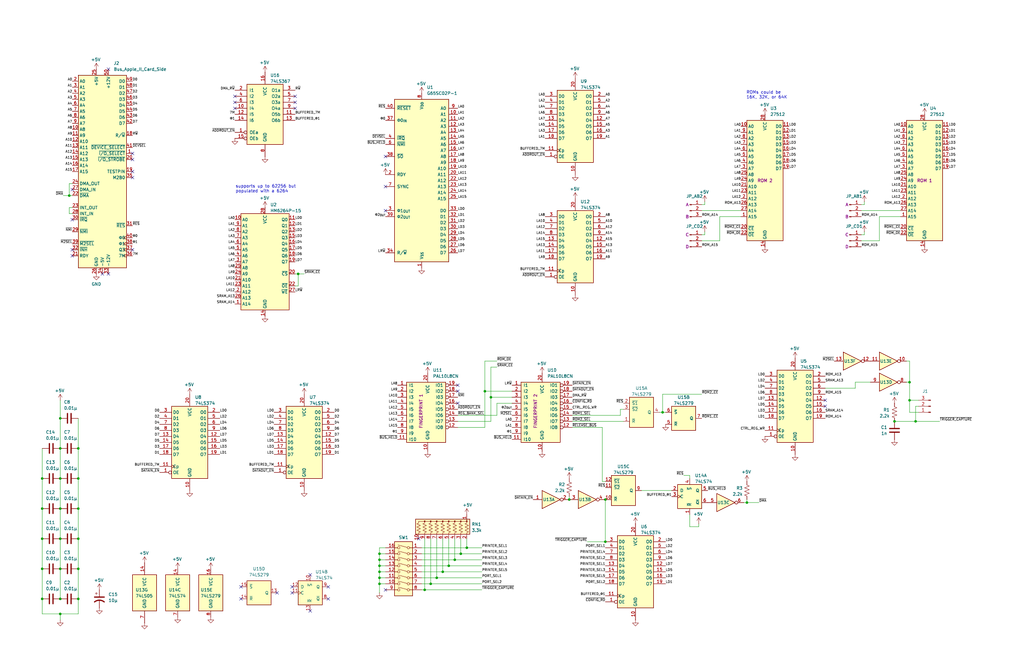
<source format=kicad_sch>
(kicad_sch (version 20231120) (generator "eeschema") (generator_version "8.0")
  (paper "USLedger")
  (title_block (title "Precision Software FingerPrint GSi Card") (date "2024-04-25") (rev "A.D.") (comment 2 "captured by Mark Aikens") (comment 3 "by Precision Software") (comment 4 "FingerPrint GSi Screen Capture Card"))
  (junction (at 25.4 227.33))
  (junction (at 25.4 240.03))
  (junction (at 25.4 201.93))
  (junction (at 33.02 214.63))
  (junction (at 160.02 238.76))
  (junction (at 240.03 210.82))
  (junction (at 17.78 214.63))
  (junction (at 383.54 161.29))
  (junction (at 33.02 201.93))
  (junction (at 125.73 115.57))
  (junction (at 314.96 212.09))
  (junction (at 255.27 210.82))
  (junction (at 160.02 236.22))
  (junction (at 25.4 259.08))
  (junction (at 386.08 177.8))
  (junction (at 17.78 227.33))
  (junction (at 160.02 233.68))
  (junction (at 184.15 243.84))
  (junction (at 383.54 168.91))
  (junction (at 33.02 227.33))
  (junction (at 160.02 246.38))
  (junction (at 179.07 248.92))
  (junction (at 255.27 228.6))
  (junction (at 25.4 214.63))
  (junction (at 33.02 189.23))
  (junction (at 186.69 241.3))
  (junction (at 196.85 231.14))
  (junction (at 160.02 243.84))
  (junction (at 194.31 233.68))
  (junction (at 33.02 240.03))
  (junction (at 181.61 246.38))
  (junction (at 189.23 238.76))
  (junction (at 33.02 252.73))
  (junction (at 17.78 252.73))
  (junction (at 207.01 167.64))
  (junction (at 279.4 173.99))
  (junction (at 25.4 176.53))
  (junction (at 191.77 236.22))
  (junction (at 377.19 177.8))
  (junction (at 17.78 201.93))
  (junction (at 29.21 82.55))
  (junction (at 25.4 252.73))
  (junction (at 25.4 189.23))
  (junction (at 17.78 240.03))
  (junction (at 160.02 241.3))
  (junction (at 204.47 165.1))
  (no_connect (at 99.06 40.64))
  (no_connect (at 55.88 67.31))
  (no_connect (at 347.98 168.91))
  (no_connect (at 101.6 247.65))
  (no_connect (at 162.56 248.92))
  (no_connect (at 99.06 43.18))
  (no_connect (at 162.56 78.74))
  (no_connect (at 30.48 92.71))
  (no_connect (at 130.81 257.81))
  (no_connect (at 124.46 45.72))
  (no_connect (at 30.48 107.95))
  (no_connect (at 55.88 74.93))
  (no_connect (at 138.43 252.73))
  (no_connect (at 45.72 115.57))
  (no_connect (at 101.6 252.73))
  (no_connect (at 123.19 247.65))
  (no_connect (at 162.56 66.04))
  (no_connect (at 162.56 88.9))
  (no_connect (at 193.04 170.18))
  (no_connect (at 55.88 105.41))
  (no_connect (at 193.04 165.1))
  (no_connect (at 99.06 45.72))
  (no_connect (at 43.18 115.57))
  (no_connect (at 347.98 171.45))
  (no_connect (at 124.46 43.18))
  (no_connect (at 55.88 64.77))
  (no_connect (at 176.53 227.33))
  (no_connect (at 55.88 72.39))
  (no_connect (at 124.46 40.64))
  (no_connect (at 30.48 80.01))
  (no_connect (at 138.43 247.65))
  (no_connect (at 123.19 250.19))
  (no_connect (at 45.72 29.21))
  (no_connect (at 30.48 105.41))
  (no_connect (at 130.81 242.57))
  (no_connect (at 193.04 162.56))
  (no_connect (at 116.84 250.19))
  (wire (pts (xy 184.15 227.33) (xy 184.15 243.84)))
  (wire (pts (xy 33.02 189.23) (xy 33.02 176.53)))
  (wire (pts (xy 17.78 189.23) (xy 17.78 201.93)))
  (wire (pts (xy 204.47 180.34) (xy 204.47 165.1)))
  (wire (pts (xy 29.21 90.17) (xy 30.48 90.17)))
  (wire (pts (xy 363.22 88.9) (xy 379.73 88.9)))
  (wire (pts (xy 295.91 86.36) (xy 297.18 86.36)))
  (wire (pts (xy 191.77 227.33) (xy 191.77 236.22)))
  (wire (pts (xy 25.4 168.91) (xy 25.4 176.53)))
  (wire (pts (xy 303.53 101.6) (xy 295.91 101.6)))
  (wire (pts (xy 386.08 171.45) (xy 387.35 171.45)))
  (wire (pts (xy 194.31 227.33) (xy 194.31 233.68)))
  (wire (pts (xy 254 203.2) (xy 255.27 203.2)))
  (wire (pts (xy 25.4 259.08) (xy 25.4 261.62)))
  (wire (pts (xy 29.21 82.55) (xy 30.48 82.55)))
  (wire (pts (xy 17.78 259.08) (xy 25.4 259.08)))
  (wire (pts (xy 314.96 210.82) (xy 314.96 212.09)))
  (wire (pts (xy 383.54 161.29) (xy 383.54 168.91)))
  (wire (pts (xy 386.08 177.8) (xy 396.24 177.8)))
  (wire (pts (xy 125.73 115.57) (xy 128.27 115.57)))
  (wire (pts (xy 184.15 243.84) (xy 177.8 243.84)))
  (wire (pts (xy 207.01 167.64) (xy 207.01 154.94)))
  (wire (pts (xy 241.3 177.8) (xy 262.89 177.8)))
  (wire (pts (xy 382.27 152.4) (xy 383.54 152.4)))
  (wire (pts (xy 29.21 77.47) (xy 30.48 77.47)))
  (wire (pts (xy 288.29 200.66) (xy 290.83 200.66)))
  (wire (pts (xy 370.84 91.44) (xy 370.84 101.6)))
  (wire (pts (xy 360.68 163.83) (xy 347.98 163.83)))
  (wire (pts (xy 203.2 243.84) (xy 184.15 243.84)))
  (wire (pts (xy 162.56 236.22) (xy 160.02 236.22)))
  (wire (pts (xy 125.73 115.57) (xy 125.73 120.65)))
  (wire (pts (xy 279.4 173.99) (xy 279.4 166.37)))
  (wire (pts (xy 279.4 166.37) (xy 295.91 166.37)))
  (wire (pts (xy 204.47 152.4) (xy 209.55 152.4)))
  (wire (pts (xy 290.83 200.66) (xy 290.83 201.93)))
  (wire (pts (xy 26.67 82.55) (xy 29.21 82.55)))
  (wire (pts (xy 383.54 168.91) (xy 387.35 168.91)))
  (wire (pts (xy 162.56 238.76) (xy 160.02 238.76)))
  (wire (pts (xy 290.83 217.17) (xy 290.83 222.25)))
  (wire (pts (xy 204.47 165.1) (xy 215.9 165.1)))
  (wire (pts (xy 25.4 189.23) (xy 25.4 201.93)))
  (wire (pts (xy 297.18 99.06) (xy 295.91 99.06)))
  (wire (pts (xy 303.53 91.44) (xy 303.53 101.6)))
  (wire (pts (xy 240.03 209.55) (xy 240.03 210.82)))
  (wire (pts (xy 29.21 82.55) (xy 29.21 77.47)))
  (wire (pts (xy 290.83 222.25) (xy 294.64 222.25)))
  (wire (pts (xy 194.31 233.68) (xy 177.8 233.68)))
  (wire (pts (xy 125.73 120.65) (xy 124.46 120.65)))
  (wire (pts (xy 386.08 171.45) (xy 386.08 177.8)))
  (wire (pts (xy 360.68 161.29) (xy 360.68 163.83)))
  (wire (pts (xy 207.01 177.8) (xy 207.01 167.64)))
  (wire (pts (xy 17.78 240.03) (xy 17.78 252.73)))
  (wire (pts (xy 17.78 227.33) (xy 17.78 240.03)))
  (wire (pts (xy 294.64 222.25) (xy 294.64 220.98)))
  (wire (pts (xy 377.19 177.8) (xy 386.08 177.8)))
  (wire (pts (xy 181.61 246.38) (xy 177.8 246.38)))
  (wire (pts (xy 193.04 177.8) (xy 207.01 177.8)))
  (wire (pts (xy 297.18 85.09) (xy 297.18 86.36)))
  (wire (pts (xy 189.23 227.33) (xy 189.23 238.76)))
  (wire (pts (xy 179.07 227.33) (xy 179.07 248.92)))
  (wire (pts (xy 160.02 243.84) (xy 160.02 246.38)))
  (wire (pts (xy 160.02 231.14) (xy 160.02 233.68)))
  (wire (pts (xy 295.91 88.9) (xy 312.42 88.9)))
  (wire (pts (xy 379.73 91.44) (xy 370.84 91.44)))
  (wire (pts (xy 25.4 201.93) (xy 25.4 214.63)))
  (wire (pts (xy 255.27 210.82) (xy 255.27 228.6)))
  (wire (pts (xy 370.84 101.6) (xy 363.22 101.6)))
  (wire (pts (xy 203.2 236.22) (xy 191.77 236.22)))
  (wire (pts (xy 241.3 180.34) (xy 254 180.34)))
  (wire (pts (xy 17.78 214.63) (xy 17.78 227.33)))
  (wire (pts (xy 196.85 231.14) (xy 177.8 231.14)))
  (wire (pts (xy 261.62 175.26) (xy 261.62 172.72)))
  (wire (pts (xy 193.04 175.26) (xy 209.55 175.26)))
  (wire (pts (xy 203.2 241.3) (xy 186.69 241.3)))
  (wire (pts (xy 160.02 236.22) (xy 160.02 238.76)))
  (wire (pts (xy 162.56 246.38) (xy 160.02 246.38)))
  (wire (pts (xy 33.02 240.03) (xy 33.02 252.73)))
  (wire (pts (xy 160.02 233.68) (xy 160.02 236.22)))
  (wire (pts (xy 320.04 212.09) (xy 314.96 212.09)))
  (wire (pts (xy 25.4 259.08) (xy 33.02 259.08)))
  (wire (pts (xy 279.4 173.99) (xy 280.67 173.99)))
  (wire (pts (xy 160.02 241.3) (xy 160.02 243.84)))
  (wire (pts (xy 33.02 227.33) (xy 33.02 240.03)))
  (wire (pts (xy 162.56 233.68) (xy 160.02 233.68)))
  (wire (pts (xy 207.01 167.64) (xy 215.9 167.64)))
  (wire (pts (xy 297.18 97.79) (xy 297.18 99.06)))
  (wire (pts (xy 203.2 246.38) (xy 181.61 246.38)))
  (wire (pts (xy 207.01 154.94) (xy 209.55 154.94)))
  (wire (pts (xy 17.78 201.93) (xy 17.78 214.63)))
  (wire (pts (xy 278.13 173.99) (xy 279.4 173.99)))
  (wire (pts (xy 204.47 165.1) (xy 204.47 152.4)))
  (wire (pts (xy 382.27 161.29) (xy 383.54 161.29)))
  (wire (pts (xy 312.42 91.44) (xy 303.53 91.44)))
  (wire (pts (xy 383.54 168.91) (xy 383.54 173.99)))
  (wire (pts (xy 186.69 241.3) (xy 177.8 241.3)))
  (wire (pts (xy 162.56 231.14) (xy 160.02 231.14)))
  (wire (pts (xy 203.2 233.68) (xy 194.31 233.68)))
  (wire (pts (xy 25.4 176.53) (xy 25.4 189.23)))
  (wire (pts (xy 29.21 87.63) (xy 29.21 90.17)))
  (wire (pts (xy 191.77 236.22) (xy 177.8 236.22)))
  (wire (pts (xy 33.02 189.23) (xy 33.02 201.93)))
  (wire (pts (xy 189.23 238.76) (xy 177.8 238.76)))
  (wire (pts (xy 186.69 227.33) (xy 186.69 241.3)))
  (wire (pts (xy 33.02 201.93) (xy 33.02 214.63)))
  (wire (pts (xy 360.68 161.29) (xy 367.03 161.29)))
  (wire (pts (xy 203.2 248.92) (xy 179.07 248.92)))
  (wire (pts (xy 160.02 246.38) (xy 160.02 250.19)))
  (wire (pts (xy 196.85 227.33) (xy 196.85 231.14)))
  (wire (pts (xy 162.56 243.84) (xy 160.02 243.84)))
  (wire (pts (xy 254 180.34) (xy 254 203.2)))
  (wire (pts (xy 383.54 152.4) (xy 383.54 161.29)))
  (wire (pts (xy 25.4 240.03) (xy 25.4 252.73)))
  (wire (pts (xy 25.4 214.63) (xy 25.4 227.33)))
  (wire (pts (xy 193.04 180.34) (xy 204.47 180.34)))
  (wire (pts (xy 241.3 175.26) (xy 261.62 175.26)))
  (wire (pts (xy 364.49 97.79) (xy 364.49 99.06)))
  (wire (pts (xy 30.48 87.63) (xy 29.21 87.63)))
  (wire (pts (xy 33.02 214.63) (xy 33.02 227.33)))
  (wire (pts (xy 364.49 99.06) (xy 363.22 99.06)))
  (wire (pts (xy 209.55 170.18) (xy 215.9 170.18)))
  (wire (pts (xy 247.65 228.6) (xy 255.27 228.6)))
  (wire (pts (xy 179.07 248.92) (xy 177.8 248.92)))
  (wire (pts (xy 270.51 207.01) (xy 283.21 207.01)))
  (wire (pts (xy 383.54 173.99) (xy 387.35 173.99)))
  (wire (pts (xy 209.55 175.26) (xy 209.55 170.18)))
  (wire (pts (xy 181.61 227.33) (xy 181.61 246.38)))
  (wire (pts (xy 203.2 231.14) (xy 196.85 231.14)))
  (wire (pts (xy 364.49 86.36) (xy 363.22 86.36)))
  (wire (pts (xy 203.2 238.76) (xy 189.23 238.76)))
  (wire (pts (xy 160.02 238.76) (xy 160.02 241.3)))
  (wire (pts (xy 261.62 172.72) (xy 262.89 172.72)))
  (wire (pts (xy 124.46 115.57) (xy 125.73 115.57)))
  (wire (pts (xy 364.49 85.09) (xy 364.49 86.36)))
  (wire (pts (xy 17.78 252.73) (xy 17.78 259.08)))
  (wire (pts (xy 33.02 252.73) (xy 33.02 259.08)))
  (wire (pts (xy 25.4 227.33) (xy 25.4 240.03)))
  (wire (pts (xy 162.56 241.3) (xy 160.02 241.3)))
  (wire (pts (xy 314.96 212.09) (xy 313.69 212.09)))
  (text "supports up to 62256 but\npopulated with a 6264" (at 99.314 79.756 0) (effects (font (size 1.27 1.27)) (justify left)))
  (text "ROMs could be\n16K, 32K, or 64K" (at 314.706 40.132 0) (effects (font (size 1.27 1.27)) (justify left)))
  (label "LD0" (at 193.04 88.9 0) (effects (font (size 1 1))))
  (label "A1" (at 255.27 58.42 0) (effects (font (size 1 1))))
  (label "LD1" (at 193.04 91.44 0) (effects (font (size 1 1))))
  (label "~{DATAOUT_EN}" (at 241.3 165.1 0) (effects (font (size 1 1))))
  (label "A12" (at 30.48 64.77 180) (effects (font (size 1 1))))
  (label "PRINTER_SEL3" (at 203.2 236.22 0) (effects (font (size 1 1))))
  (label "LA9" (at 312.42 76.2 180) (effects (font (size 1 1))))
  (label "LD6" (at 280.67 236.22 0) (effects (font (size 1 1))))
  (label "LD4" (at 92.71 179.07 0) (effects (font (size 1 1))))
  (label "D7" (at 55.88 52.07 0) (effects (font (size 1 1))))
  (label "LD4" (at 280.67 233.68 0) (effects (font (size 1 1))))
  (label "~{RELEASE_BUS}" (at 241.3 180.34 0) (effects (font (size 1 1))))
  (label "LA0" (at 193.04 45.72 0) (effects (font (size 1 1))))
  (label "BUFFERED_7M" (at 124.46 48.26 0) (effects (font (size 1 1))))
  (label "~{DATAIN_EN}" (at 224.79 210.82 180) (effects (font (size 1 1))))
  (label "~{ADDROUT_EN}" (at 229.87 66.04 180) (effects (font (size 1 1))))
  (label "A13" (at 255.27 104.14 0) (effects (font (size 1 1))))
  (label "~{M2SEL}" (at 215.9 175.26 180) (effects (font (size 1 1))))
  (label "LA11" (at 379.73 81.28 180) (effects (font (size 1 1))))
  (label "D5" (at 67.31 186.69 180) (effects (font (size 1 1))))
  (label "LA9" (at 229.87 109.22 180) (effects (font (size 1 1))))
  (label "~{DATAIN_EN}" (at 241.3 162.56 0) (effects (font (size 1 1))))
  (label "~{CONFIG_RD}" (at 255.27 254 180) (effects (font (size 1 1))))
  (label "LD7" (at 92.71 184.15 0) (effects (font (size 1 1))))
  (label "LA3" (at 193.04 53.34 0) (effects (font (size 1 1))))
  (label "PORT_SEL2" (at 255.27 246.38 180) (effects (font (size 1 1))))
  (label "LA9" (at 99.06 115.57 180) (effects (font (size 1 1))))
  (label "LD4" (at 124.46 102.87 0) (effects (font (size 1 1))))
  (label "~{ROM_OE}" (at 312.42 99.06 180) (effects (font (size 1 1))))
  (label "CTRL_REG_WR" (at 241.3 172.72 0) (effects (font (size 1 1))))
  (label "LA13" (at 229.87 104.14 180) (effects (font (size 1 1))))
  (label "~{BUS_HELD}" (at 162.56 60.96 180) (effects (font (size 1 1))))
  (label "A9" (at 30.48 57.15 180) (effects (font (size 1 1))))
  (label "D4" (at 140.97 179.07 0) (effects (font (size 1 1))))
  (label "LD1" (at 332.74 55.88 0) (effects (font (size 1 1))))
  (label "LD0" (at 124.46 92.71 0) (effects (font (size 1 1))))
  (label "LA5" (at 312.42 66.04 180) (effects (font (size 1 1))))
  (label "LA11" (at 229.87 106.68 180) (effects (font (size 1 1))))
  (label "LD2" (at 280.67 231.14 0) (effects (font (size 1 1))))
  (label "DMA_R~{W}" (at 241.3 167.64 0) (effects (font (size 1 1))))
  (label "BUFFERED_7M" (at 115.57 196.85 180) (effects (font (size 1 1))))
  (label "LA11" (at 312.42 81.28 180) (effects (font (size 1 1))))
  (label "LA6" (at 312.42 68.58 180) (effects (font (size 1 1))))
  (label "LA15" (at 167.64 180.34 180) (effects (font (size 1 1))))
  (label "~{M2SEL}" (at 30.48 102.87 180) (effects (font (size 1 1))))
  (label "LA12" (at 229.87 96.52 180) (effects (font (size 1 1))))
  (label "A5" (at 255.27 53.34 0) (effects (font (size 1 1))))
  (label "LA5" (at 379.73 66.04 180) (effects (font (size 1 1))))
  (label "~{RES}" (at 288.29 200.66 180) (effects (font (size 1 1))))
  (label "~{SRAM_CE}" (at 128.27 115.57 0) (effects (font (size 1 1))))
  (label "A11" (at 255.27 106.68 0) (effects (font (size 1 1))))
  (label "LD7" (at 115.57 184.15 180) (effects (font (size 1 1))))
  (label "LA10" (at 379.73 78.74 180) (effects (font (size 1 1))))
  (label "LA4" (at 99.06 102.87 180) (effects (font (size 1 1))))
  (label "A1" (at 30.48 36.83 180) (effects (font (size 1 1))))
  (label "BUFFERED_7M" (at 67.31 196.85 180) (effects (font (size 1 1))))
  (label "LD1" (at 115.57 191.77 180) (effects (font (size 1 1))))
  (label "~{DEVSEL}" (at 162.56 58.42 180) (effects (font (size 1 1))))
  (label "LD0" (at 280.67 228.6 0) (effects (font (size 1 1))))
  (label "LA9" (at 193.04 68.58 0) (effects (font (size 1 1))))
  (label "Φ2_{OUT}" (at 215.9 172.72 180) (effects (font (size 1 1))))
  (label "D1" (at 55.88 36.83 0) (effects (font (size 1 1))))
  (label "A10" (at 255.27 93.98 0) (effects (font (size 1 1))))
  (label "D3" (at 55.88 41.91 0) (effects (font (size 1 1))))
  (label "LA2" (at 379.73 58.42 180) (effects (font (size 1 1))))
  (label "LA8" (at 167.64 162.56 180) (effects (font (size 1 1))))
  (label "D7" (at 67.31 184.15 180) (effects (font (size 1 1))))
  (label "D0" (at 55.88 34.29 0) (effects (font (size 1 1))))
  (label "LA7" (at 312.42 71.12 180) (effects (font (size 1 1))))
  (label "ROM_A15" (at 347.98 166.37 0) (effects (font (size 1 1))))
  (label "~{TRIGGER_CAPTURE}" (at 203.2 248.92 0) (effects (font (size 1 1))))
  (label "~{TRIGGER_CAPTURE}" (at 247.65 228.6 180) (effects (font (size 1 1))))
  (label "LD4" (at 115.57 179.07 180) (effects (font (size 1 1))))
  (label "LA8" (at 99.06 113.03 180) (effects (font (size 1 1))))
  (label "D3" (at 140.97 189.23 0) (effects (font (size 1 1))))
  (label "~{ADDROUT_EN}" (at 229.87 116.84 180) (effects (font (size 1 1))))
  (label "LD7" (at 322.58 168.91 180) (effects (font (size 1 1))))
  (label "~{NMI}" (at 30.48 97.79 180) (effects (font (size 1 1))))
  (label "~{BUS_HELD}" (at 215.9 185.42 180) (effects (font (size 1 1))))
  (label "D5" (at 140.97 186.69 0) (effects (font (size 1 1))))
  (label "LA2" (at 99.06 97.79 180) (effects (font (size 1 1))))
  (label "A0" (at 30.48 34.29 180) (effects (font (size 1 1))))
  (label "LA12" (at 99.06 123.19 180) (effects (font (size 1 1))))
  (label "LD2" (at 92.71 176.53 0) (effects (font (size 1 1))))
  (label "LD3" (at 332.74 60.96 0) (effects (font (size 1 1))))
  (label "LD6" (at 193.04 104.14 0) (effects (font (size 1 1))))
  (label "A6" (at 255.27 48.26 0) (effects (font (size 1 1))))
  (label "A11" (at 30.48 62.23 180) (effects (font (size 1 1))))
  (label "LA11" (at 193.04 73.66 0) (effects (font (size 1 1))))
  (label "A4" (at 255.27 45.72 0) (effects (font (size 1 1))))
  (label "LD4" (at 332.74 63.5 0) (effects (font (size 1 1))))
  (label "LA7" (at 193.04 63.5 0) (effects (font (size 1 1))))
  (label "D4" (at 67.31 179.07 180) (effects (font (size 1 1))))
  (label "LA12" (at 167.64 172.72 180) (effects (font (size 1 1))))
  (label "A2" (at 255.27 43.18 0) (effects (font (size 1 1))))
  (label "LD3" (at 92.71 189.23 0) (effects (font (size 1 1))))
  (label "LD5" (at 92.71 186.69 0) (effects (font (size 1 1))))
  (label "D6" (at 67.31 181.61 180) (effects (font (size 1 1))))
  (label "LD5" (at 193.04 101.6 0) (effects (font (size 1 1))))
  (label "A3" (at 255.27 55.88 0) (effects (font (size 1 1))))
  (label "LA2" (at 193.04 50.8 0) (effects (font (size 1 1))))
  (label "~{DATAOUT_EN}" (at 115.57 199.39 180) (effects (font (size 1 1))))
  (label "LA0" (at 99.06 92.71 180) (effects (font (size 1 1))))
  (label "LD0" (at 92.71 173.99 0) (effects (font (size 1 1))))
  (label "LD2" (at 193.04 93.98 0) (effects (font (size 1 1))))
  (label "PRINTER_SEL5" (at 203.2 241.3 0) (effects (font (size 1 1))))
  (label "A6" (at 30.48 49.53 180) (effects (font (size 1 1))))
  (label "LD2" (at 115.57 176.53 180) (effects (font (size 1 1))))
  (label "~{ROM_OE}" (at 379.73 99.06 180) (effects (font (size 1 1))))
  (label "LD1" (at 124.46 95.25 0) (effects (font (size 1 1))))
  (label "~{ROM1_CE}" (at 379.73 96.52 180) (effects (font (size 1 1))))
  (label "LD2" (at 332.74 58.42 0) (effects (font (size 1 1))))
  (label "LA1" (at 379.73 55.88 180) (effects (font (size 1 1))))
  (label "D1" (at 140.97 191.77 0) (effects (font (size 1 1))))
  (label "LD1" (at 280.67 246.38 0) (effects (font (size 1 1))))
  (label "~{ADDROUT_EN}" (at 99.06 55.88 180) (effects (font (size 1 1))))
  (label "D6" (at 140.97 181.61 0) (effects (font (size 1 1))))
  (label "SRAM_A13" (at 99.06 125.73 180) (effects (font (size 1 1))))
  (label "LA10" (at 99.06 118.11 180) (effects (font (size 1 1))))
  (label "PORT_SEL1" (at 255.27 231.14 180) (effects (font (size 1 1))))
  (label "R~{W}" (at 124.46 38.1 0) (effects (font (size 1 1))))
  (label "~{ADDROUT_EN}" (at 193.04 172.72 0) (effects (font (size 1 1))))
  (label "~{ROM_OE}" (at 209.55 152.4 0) (effects (font (size 1 1))))
  (label "A9" (at 255.27 109.22 0) (effects (font (size 1 1))))
  (label "LA6" (at 229.87 48.26 180) (effects (font (size 1 1))))
  (label "LA1" (at 229.87 58.42 180) (effects (font (size 1 1))))
  (label "~{RES}" (at 262.89 170.18 180) (effects (font (size 1 1))))
  (label "LD4" (at 400.05 63.5 0) (effects (font (size 1 1))))
  (label "LA2" (at 312.42 58.42 180) (effects (font (size 1 1))))
  (label "LA1" (at 215.9 180.34 180) (effects (font (size 1 1))))
  (label "BUFFERED_7M" (at 229.87 63.5 180) (effects (font (size 1 1))))
  (label "LA9" (at 379.73 76.2 180) (effects (font (size 1 1))))
  (label "A15" (at 30.48 72.39 180) (effects (font (size 1 1))))
  (label "LD3" (at 115.57 189.23 180) (effects (font (size 1 1))))
  (label "Φ2_{OUT}" (at 162.56 91.44 180) (effects (font (size 1 1))))
  (label "LA4" (at 229.87 45.72 180) (effects (font (size 1 1))))
  (label "A7" (at 255.27 50.8 0) (effects (font (size 1 1))))
  (label "ROM_A13" (at 379.73 86.36 180) (effects (font (size 1 1))))
  (label "7M" (at 55.88 107.95 0) (effects (font (size 1 1))))
  (label "PRINTER_SEL5" (at 255.27 243.84 180) (effects (font (size 1 1))))
  (label "LD6" (at 124.46 107.95 0) (effects (font (size 1 1))))
  (label "LD0" (at 400.05 53.34 0) (effects (font (size 1 1))))
  (label "~{BUS_HELD}" (at 167.64 185.42 180) (effects (font (size 1 1))))
  (label "LA11" (at 167.64 170.18 180) (effects (font (size 1 1))))
  (label "~{RES}" (at 255.27 205.74 180) (effects (font (size 1 1))))
  (label "LA13" (at 193.04 78.74 0) (effects (font (size 1 1))))
  (label "ROM_A15" (at 295.91 104.14 0) (effects (font (size 1 1))))
  (label "DMA_R~{W}" (at 99.06 38.1 180) (effects (font (size 1 1))))
  (label "~{REG_BANK_SEL}" (at 193.04 175.26 0) (effects (font (size 1 1))))
  (label "LD3" (at 124.46 100.33 0) (effects (font (size 1 1))))
  (label "D3" (at 67.31 189.23 180) (effects (font (size 1 1))))
  (label "A8" (at 30.48 54.61 180) (effects (font (size 1 1))))
  (label "~{ROM1_CE}" (at 295.91 176.53 0) (effects (font (size 1 1))))
  (label "LD0" (at 332.74 53.34 0) (effects (font (size 1 1))))
  (label "LA6" (at 99.06 107.95 180) (effects (font (size 1 1))))
  (label "LD7" (at 124.46 110.49 0) (effects (font (size 1 1))))
  (label "PRINTER_SEL4" (at 203.2 238.76 0) (effects (font (size 1 1))))
  (label "LD6" (at 322.58 166.37 180) (effects (font (size 1 1))))
  (label "~{RES}" (at 55.88 95.25 0) (effects (font (size 1 1))))
  (label "LA8" (at 379.73 73.66 180) (effects (font (size 1 1))))
  (label "LA6" (at 379.73 68.58 180) (effects (font (size 1 1))))
  (label "D1" (at 67.31 191.77 180) (effects (font (size 1 1))))
  (label "BUFFERED_Φ1" (at 283.21 209.55 180) (effects (font (size 1 1))))
  (label "LD1" (at 92.71 191.77 0) (effects (font (size 1 1))))
  (label "PORT_SEL2" (at 203.2 246.38 0) (effects (font (size 1 1))))
  (label "LD7" (at 193.04 106.68 0) (effects (font (size 1 1))))
  (label "LA7" (at 379.73 71.12 180) (effects (font (size 1 1))))
  (label "LR~{W}" (at 124.46 123.19 0) (effects (font (size 1 1))))
  (label "LA4" (at 312.42 63.5 180) (effects (font (size 1 1))))
  (label "D0" (at 140.97 173.99 0) (effects (font (size 1 1))))
  (label "PRINTER_SEL4" (at 255.27 233.68 180) (effects (font (size 1 1))))
  (label "LD3" (at 280.67 243.84 0) (effects (font (size 1 1))))
  (label "BUFFERED_Φ1" (at 255.27 251.46 180) (effects (font (size 1 1))))
  (label "D6" (at 55.88 49.53 0) (effects (font (size 1 1))))
  (label "LA0" (at 215.9 177.8 180) (effects (font (size 1 1))))
  (label "Φ0" (at 55.88 100.33 0) (effects (font (size 1 1))))
  (label "LA14" (at 229.87 99.06 180) (effects (font (size 1 1))))
  (label "Φ1" (at 55.88 102.87 0) (effects (font (size 1 1))))
  (label "~{ROM2_SEL}" (at 241.3 177.8 0) (effects (font (size 1 1))))
  (label "LA7" (at 99.06 110.49 180) (effects (font (size 1 1))))
  (label "A13" (at 30.48 67.31 180) (effects (font (size 1 1))))
  (label "PRINTER_SEL1" (at 203.2 231.14 0) (effects (font (size 1 1))))
  (label "LD2" (at 400.05 58.42 0) (effects (font (size 1 1))))
  (label "LA0" (at 229.87 40.64 180) (effects (font (size 1 1))))
  (label "Φ1" (at 167.64 182.88 180) (effects (font (size 1 1))))
  (label "PORT_SEL1" (at 203.2 243.84 0) (effects (font (size 1 1))))
  (label "LA1" (at 99.06 95.25 180) (effects (font (size 1 1))))
  (label "LA0" (at 379.73 53.34 180) (effects (font (size 1 1))))
  (label "~{M2SEL}" (at 351.79 152.4 180) (effects (font (size 1 1))))
  (label "LD5" (at 280.67 241.3 0) (effects (font (size 1 1))))
  (label "LA15" (at 193.04 83.82 0) (effects (font (size 1 1))))
  (label "LA5" (at 229.87 53.34 180) (effects (font (size 1 1))))
  (label "LA11" (at 99.06 120.65 180) (effects (font (size 1 1))))
  (label "LA1" (at 193.04 48.26 0) (effects (font (size 1 1))))
  (label "LD1" (at 322.58 176.53 180) (effects (font (size 1 1))))
  (label "~{DMA}" (at 26.67 82.55 180) (effects (font (size 1 1))))
  (label "A14" (at 255.27 99.06 0) (effects (font (size 1 1))))
  (label "LA15" (at 229.87 101.6 180) (effects (font (size 1 1))))
  (label "LA10" (at 193.04 71.12 0) (effects (font (size 1 1))))
  (label "ROM_A14" (at 295.91 91.44 0) (effects (font (size 1 1))))
  (label "A7" (at 30.48 52.07 180) (effects (font (size 1 1))))
  (label "PRINTER_SEL1" (at 255.27 238.76 180) (effects (font (size 1 1))))
  (label "~{DEVSEL}" (at 55.88 62.23 0) (effects (font (size 1 1))))
  (label "A3" (at 30.48 41.91 180) (effects (font (size 1 1))))
  (label "A15" (at 255.27 101.6 0) (effects (font (size 1 1))))
  (label "LD3" (at 400.05 60.96 0) (effects (font (size 1 1))))
  (label "ROM_A14" (at 363.22 91.44 0) (effects (font (size 1 1))))
  (label "LD6" (at 332.74 68.58 0) (effects (font (size 1 1))))
  (label "D2" (at 140.97 176.53 0) (effects (font (size 1 1))))
  (label "D0" (at 67.31 173.99 180) (effects (font (size 1 1))))
  (label "PRINTER_SEL2" (at 203.2 233.68 0) (effects (font (size 1 1))))
  (label "LD5" (at 332.74 66.04 0) (effects (font (size 1 1))))
  (label "Φ0" (at 162.56 50.8 180) (effects (font (size 1 1))))
  (label "LA4" (at 379.73 63.5 180) (effects (font (size 1 1))))
  (label "~{NMI}" (at 193.04 167.64 0) (effects (font (size 1 1))))
  (label "Φ1" (at 215.9 182.88 180) (effects (font (size 1 1))))
  (label "LD3" (at 193.04 96.52 0) (effects (font (size 1 1))))
  (label "LA12" (at 193.04 76.2 0) (effects (font (size 1 1))))
  (label "~{BUS_HELD}" (at 298.45 207.01 0) (effects (font (size 1 1))))
  (label "LD1" (at 400.05 55.88 0) (effects (font (size 1 1))))
  (label "~{RES}" (at 162.56 45.72 180) (effects (font (size 1 1))))
  (label "Φ1" (at 99.06 50.8 180) (effects (font (size 1 1))))
  (label "D2" (at 55.88 39.37 0) (effects (font (size 1 1))))
  (label "LD2" (at 322.58 161.29 180) (effects (font (size 1 1))))
  (label "LD6" (at 115.57 181.61 180) (effects (font (size 1 1))))
  (label "LA13" (at 167.64 175.26 180) (effects (font (size 1 1))))
  (label "LA0" (at 312.42 53.34 180) (effects (font (size 1 1))))
  (label "PRINTER_SEL2" (at 255.27 236.22 180) (effects (font (size 1 1))))
  (label "LD3" (at 322.58 173.99 180) (effects (font (size 1 1))))
  (label "PRINTER_SEL3" (at 255.27 241.3 180) (effects (font (size 1 1))))
  (label "LA6" (at 193.04 60.96 0) (effects (font (size 1 1))))
  (label "ROM_A15" (at 363.22 104.14 0) (effects (font (size 1 1))))
  (label "D2" (at 67.31 176.53 180) (effects (font (size 1 1))))
  (label "LD4" (at 193.04 99.06 0) (effects (font (size 1 1))))
  (label "A2" (at 30.48 39.37 180) (effects (font (size 1 1))))
  (label "LA4" (at 193.04 55.88 0) (effects (font (size 1 1))))
  (label "LR~{W}" (at 162.56 106.68 180) (effects (font (size 1 1))))
  (label "LA10" (at 229.87 93.98 180) (effects (font (size 1 1))))
  (label "LA12" (at 312.42 83.82 180) (effects (font (size 1 1))))
  (label "~{ROM2_CE}" (at 312.42 96.52 180) (effects (font (size 1 1))))
  (label "LD2" (at 124.46 97.79 0) (effects (font (size 1 1))))
  (label "SRAM_A14" (at 99.06 128.27 180) (effects (font (size 1 1))))
  (label "LD0" (at 322.58 158.75 180) (effects (font (size 1 1))))
  (label "LA8" (at 229.87 91.44 180) (effects (font (size 1 1))))
  (label "LA8" (at 312.42 73.66 180) (effects (font (size 1 1))))
  (label "LD7" (at 280.67 238.76 0) (effects (font (size 1 1))))
  (label "LD0" (at 115.57 173.99 180) (effects (font (size 1 1))))
  (label "LD6" (at 400.05 68.58 0) (effects (font (size 1 1))))
  (label "LD5" (at 124.46 105.41 0) (effects (font (size 1 1))))
  (label "LD6" (at 92.71 181.61 0) (effects (font (size 1 1))))
  (label "LA9" (at 167.64 165.1 180) (effects (font (size 1 1))))
  (label "LA1" (at 312.42 55.88 180) (effects (font (size 1 1))))
  (label "LD4" (at 322.58 163.83 180) (effects (font (size 1 1))))
  (label "~{TRIGGER_CAPTURE}" (at 396.24 177.8 0) (effects (font (size 1 1))))
  (label "LA3" (at 229.87 55.88 180) (effects (font (size 1 1))))
  (label "LD5" (at 400.05 66.04 0) (effects (font (size 1 1))))
  (label "R~{W}" (at 55.88 57.15 0) (effects (font (size 1 1))))
  (label "LD7" (at 332.74 71.12 0) (effects (font (size 1 1))))
  (label "~{ROM1_SEL}" (at 241.3 175.26 0) (effects (font (size 1 1))))
  (label "LA8" (at 193.04 66.04 0) (effects (font (size 1 1))))
  (label "A4" (at 30.48 44.45 180) (effects (font (size 1 1))))
  (label "ROM_A13" (at 312.42 86.36 180) (effects (font (size 1 1))))
  (label "A10" (at 30.48 59.69 180) (effects (font (size 1 1))))
  (label "D7" (at 140.97 184.15 0) (effects (font (size 1 1))))
  (label "LD5" (at 322.58 171.45 180) (effects (font (size 1 1))))
  (label "LD5" (at 115.57 186.69 180) (effects (font (size 1 1))))
  (label "LA2" (at 229.87 43.18 180) (effects (font (size 1 1))))
  (label "~{CONFIG_RD}" (at 241.3 170.18 0) (effects (font (size 1 1))))
  (label "D4" (at 55.88 44.45 0) (effects (font (size 1 1))))
  (label "LR~{W}" (at 215.9 162.56 180) (effects (font (size 1 1))))
  (label "BUFFERED_7M" (at 229.87 114.3 180) (effects (font (size 1 1))))
  (label "LA10" (at 312.42 78.74 180) (effects (font (size 1 1))))
  (label "~{DMA}" (at 320.04 212.09 0) (effects (font (size 1 1))))
  (label "LA5" (at 193.04 58.42 0) (effects (font (size 1 1))))
  (label "ROM_A13" (at 347.98 158.75 0) (effects (font (size 1 1))))
  (label "LA12" (at 379.73 83.82 180) (effects (font (size 1 1))))
  (label "7M" (at 99.06 48.26 180) (effects (font (size 1 1))))
  (label "A12" (at 255.27 96.52 0) (effects (font (size 1 1))))
  (label "D5" (at 55.88 46.99 0) (effects (font (size 1 1))))
  (label "LA14" (at 167.64 177.8 180) (effects (font (size 1 1))))
  (label "A5" (at 30.48 46.99 180) (effects (font (size 1 1))))
  (label "~{SRAM_CE}" (at 209.55 154.94 0) (effects (font (size 1 1))))
  (label "LA5" (at 99.06 105.41 180) (effects (font (size 1 1))))
  (label "LD7" (at 400.05 71.12 0) (effects (font (size 1 1))))
  (label "LA3" (at 379.73 60.96 180) (effects (font (size 1 1))))
  (label "LA14" (at 193.04 81.28 0) (effects (font (size 1 1))))
  (label "LA7" (at 229.87 50.8 180) (effects (font (size 1 1))))
  (label "LA10" (at 167.64 167.64 180) (effects (font (size 1 1))))
  (label "SRAM_A13" (at 347.98 161.29 0) (effects (font (size 1 1))))
  (label "~{DATAIN_EN}" (at 67.31 199.39 180) (effects (font (size 1 1))))
  (label "~{ROM2_CE}" (at 295.91 166.37 0) (effects (font (size 1 1))))
  (label "LA3" (at 312.42 60.96 180) (effects (font (size 1 1))))
  (label "SRAM_A14" (at 347.98 173.99 0) (effects (font (size 1 1))))
  (label "A14" (at 30.48 69.85 180) (effects (font (size 1 1))))
  (label "CTRL_REG_WR" (at 322.58 181.61 180) (effects (font (size 1 1))))
  (label "LA3" (at 99.06 100.33 180) (effects (font (size 1 1))))
  (label "BUFFERED_Φ1" (at 124.46 50.8 0) (effects (font (size 1 1))))
  (label "ROM_A14" (at 347.98 176.53 0) (effects (font (size 1 1))))
  (label "A0" (at 255.27 40.64 0) (effects (font (size 1 1))))
  (label "A8" (at 255.27 91.44 0) (effects (font (size 1 1))))
  (symbol (lib_id "power:GND") (at 88.9 260.35 0) (unit 1)
    (property "Reference" "#PWR036" (effects (hide yes)))
    (property "Value" "GND" (effects (hide yes)))
    (property "Description" "Power symbol creates a global label with name \"GND\" , ground" (effects (hide yes)))
  )
  (symbol (lib_id "74xx:74LS05") (at 374.65 152.4 0) (unit 5)
    (property "Reference" "U13" (at 373.634 152.4 0))
    (property "Value" "74LS05" (effects (hide yes)))
    (property "Datasheet" "http://www.ti.com/lit/gpn/sn74LS05" (effects (hide yes)))
    (property "Description" "Inverter Open Collect" (effects (hide yes)))
  )
  (symbol (lib_id "Logic_Programmable:PAL16L8") (at 180.34 175.26 0) (unit 1)
    (property "Reference" "U11" (at 182.5341 156.21 0) (effects (justify left)))
    (property "Value" "PAL10L8CN" (at 182.5341 158.75 0) (effects (justify left)))
    (property "Description" "Programmable Logic Array, DIP-20" (effects (hide yes)))
    (property "Label" "FINGERPRINT 1" (at 177.546 173.482 90))
  )
  (symbol (lib_id "Logic_Legacy:74LS279") (at 288.29 176.53 0) (unit 2)
    (property "Reference" "U15" (at 288.29 167.64 0))
    (property "Value" "74LS279" (at 288.29 170.18 0))
    (property "Description" "Quad S-R Flip Flop Latch" (effects (hide yes)))
  )
  (symbol (lib_id "power:+5V") (at 162.56 73.66 0) (unit 1)
    (property "Reference" "#PWR04" (effects (hide yes)))
    (property "Value" "+5V" (at 162.306 69.596 0))
    (property "Description" "Power symbol creates a global label with name \"+5V\"" (effects (hide yes)))
  )
  (symbol (lib_id "Device:C") (at 21.59 214.63 90) (unit 1)
    (property "Reference" "C12" (at 19.304 207.772 90) (effects (justify right)))
    (property "Value" "0.01µ" (at 19.304 210.312 90) (effects (justify right)))
    (property "Description" "Unpolarized capacitor" (effects (hide yes)))
  )
  (symbol (lib_id "Device:R_US") (at 240.03 205.74 0) (unit 1)
    (property "Reference" "R2" (at 238.252 204.47 0) (effects (justify right)))
    (property "Value" "2.2k" (at 238.252 207.01 0) (effects (justify right)))
    (property "Description" "Resistor, US symbol" (effects (hide yes)))
  )
  (symbol (lib_id "power:GND") (at 111.76 66.04 0) (unit 1)
    (property "Reference" "#PWR032" (effects (hide yes)))
    (property "Value" "GND" (effects (hide yes)))
    (property "Description" "Power symbol creates a global label with name \"GND\" , ground" (effects (hide yes)))
  )
  (symbol (lib_id "power:GND") (at 377.19 185.42 0) (unit 1)
    (property "Reference" "#PWR042" (effects (hide yes)))
    (property "Value" "GND" (effects (hide yes)))
    (property "Description" "Power symbol creates a global label with name \"GND\" , ground" (effects (hide yes)))
  )
  (symbol (lib_id "Device:C") (at 21.59 252.73 90) (unit 1)
    (property "Reference" "C9" (at 19.304 245.872 90) (effects (justify right)))
    (property "Value" "0.01µ" (at 19.304 248.412 90) (effects (justify right)))
    (property "Description" "Unpolarized capacitor" (effects (hide yes)))
  )
  (symbol (lib_id "Connector:Conn_01x03_Pin") (at 392.43 171.45 180) (unit 1)
    (property "Reference" "J1" (at 390.144 165.1 0))
    (property "Value" "Conn_01x03_Pin" (effects (hide yes)))
    (property "Description" "Generic connector, single row, 01x03, script generated" (effects (hide yes)))
  )
  (symbol (lib_id "Connector:Conn_01x03_Pin") (at 290.83 88.9 0) (unit 1)
    (property "Reference" "JP_AB2" (at 292.862 82.804 0))
    (property "Value" "Conn_01x03_Pin" (effects (hide yes)))
    (property "Description" "Generic connector, single row, 01x03, script generated" (effects (hide yes)))
    (property "Label1" "A" (at 289.814 86.36 0))
    (property "Label#" "B" (at 289.814 91.44 0))
  )
  (symbol (lib_id "power:+5V") (at 88.9 240.03 0) (unit 1)
    (property "Reference" "#PWR016" (effects (hide yes)))
    (property "Value" "+5V" (at 88.646 235.966 0))
    (property "Description" "Power symbol creates a global label with name \"+5V\"" (effects (hide yes)))
  )
  (symbol (lib_id "74xx:74LS367") (at 111.76 48.26 0) (unit 1)
    (property "Reference" "U16" (at 113.9541 31.75 0) (effects (justify left)))
    (property "Value" "74LS367" (at 113.9541 34.29 0) (effects (justify left)))
    (property "Datasheet" "http://www.ti.com/lit/gpn/sn74LS367" (effects (hide yes)))
    (property "Description" "Hex Bus Driver 3-state outputs" (effects (hide yes)))
  )
  (symbol (lib_id "Connector:Conn_01x03_Pin") (at 290.83 101.6 0) (unit 1)
    (property "Reference" "JP_CD2" (at 292.862 95.504 0))
    (property "Value" "Conn_01x03_Pin" (effects (hide yes)))
    (property "Description" "Generic connector, single row, 01x03, script generated" (effects (hide yes)))
    (property "Label1" "C" (at 289.814 99.06 0))
    (property "Label#" "D" (at 289.814 104.14 0))
  )
  (symbol (lib_id "74xx:74LS05") (at 359.41 152.4 0) (unit 6)
    (property "Reference" "U13" (at 358.394 152.4 0))
    (property "Value" "74LS05" (effects (hide yes)))
    (property "Datasheet" "http://www.ti.com/lit/gpn/sn74LS05" (effects (hide yes)))
    (property "Description" "Inverter Open Collect" (effects (hide yes)))
  )
  (symbol (lib_id "Device:C") (at 29.21 189.23 90) (unit 1)
    (property "Reference" "C7" (at 26.924 182.372 90) (effects (justify right)))
    (property "Value" "0.01µ" (at 26.924 184.912 90) (effects (justify right)))
    (property "Description" "Unpolarized capacitor" (effects (hide yes)))
  )
  (symbol (lib_id "CPU_MCU_Legacy:6502") (at 177.8 76.2 0) (unit 1)
    (property "Reference" "U1" (at 179.9941 36.83 0) (effects (justify left)))
    (property "Value" "G65SC02P-1" (at 179.9941 39.37 0) (effects (justify left)))
    (property "Footprint" "Package_DIP:DIP-40_W15.24mm" (effects (hide yes)))
    (property "Description" "8-bit General Purpose Microprocessor, DIP-40" (effects (hide yes)))
  )
  (symbol (lib_id "Device:R_Network09_US") (at 186.69 222.25 0) (mirror y) (unit 1)
    (property "Reference" "RN1" (at 198.882 221.234 0) (effects (justify right)))
    (property "Value" "3.3k" (at 198.882 223.774 0) (effects (justify right)))
    (property "Footprint" "Resistor_THT:R_Array_SIP10" (effects (hide yes)))
    (property "Datasheet" "http://www.vishay.com/docs/31509/csc.pdf" (effects (hide yes)))
    (property "Description" "9 resistor network, star topology, bussed resistors, small US symbol" (effects (hide yes)))
  )
  (symbol (lib_id "PCM_MA_Connector_AppleII:Bus_Apple_II_Card_Side") (at 43.18 72.39 0) (unit 1) (in_bom no)
    (property "Reference" "J2" (at 47.9141 26.67 0) (effects (justify left)))
    (property "Value" "Bus_Apple_II_Card_Side" (at 47.9141 29.21 0) (effects (justify left)))
    (property "Footprint" "PCM_MA_Connector_AppleII:Peripheral_Bus_Edge" (effects (hide yes)))
    (property "Datasheet" "https://archive.org/details/Apple_II_Mini_Manual/page/n37/mode/2up" (effects (hide yes)))
    (property "Description" "Apple II bus connector. Use this symbol on the card side, i.e. for making Apple II-compatible peripheral cards." (effects (hide yes)))
    (pin "39" (alternate "~{M2SEL}"))
    (pin "35" (alternate "M2B0"))
  )
  (symbol (lib_id "power:GND") (at 41.91 256.54 0) (unit 1)
    (property "Reference" "#PWR037" (effects (hide yes)))
    (property "Value" "GND" (effects (hide yes)))
    (property "Description" "Power symbol creates a global label with name \"GND\" , ground" (effects (hide yes)))
  )
  (symbol (lib_id "power:+5V") (at 25.4 168.91 0) (unit 1)
    (property "Reference" "#PWR044" (effects (hide yes)))
    (property "Value" "+5V" (at 25.146 164.846 0))
    (property "Description" "Power symbol creates a global label with name \"+5V\"" (effects (hide yes)))
  )
  (symbol (lib_id "Switch:SW_DIP_x08") (at 170.18 241.3 0) (mirror y) (unit 1)
    (property "Reference" "SW1" (at 170.18 226.822 0))
    (property "Value" "SW_DIP_x08" (effects (hide yes)))
    (property "Description" "8x DIP Switch, Single Pole Single Throw (SPST) switch, small symbol" (effects (hide yes)))
  )
  (symbol (lib_id "74xx:74LS74") (at 130.81 250.19 0) (unit 2)
    (property "Reference" "U14" (at 133.0041 241.3 0) (effects (justify left)))
    (property "Value" "74LS74" (at 133.0041 243.84 0) (effects (justify left)))
    (property "Datasheet" "74xx/74hc_hct74.pdf" (effects (hide yes)))
    (property "Description" "Dual D Flip-flop, Set & Reset" (effects (hide yes)))
  )
  (symbol (lib_id "74xx:74LS74") (at 290.83 209.55 0) (unit 1)
    (property "Reference" "U14" (at 293.0241 200.66 0) (effects (justify left)))
    (property "Value" "74LS74" (at 293.0241 203.2 0) (effects (justify left)))
    (property "Datasheet" "74xx/74hc_hct74.pdf" (effects (hide yes)))
    (property "Description" "Dual D Flip-flop, Set & Reset" (effects (hide yes)))
  )
  (symbol (lib_id "74xx:74LS05") (at 232.41 210.82 0) (unit 1)
    (property "Reference" "U13" (at 231.394 210.82 0))
    (property "Value" "74LS05" (effects (hide yes)))
    (property "Datasheet" "http://www.ti.com/lit/gpn/sn74LS05" (effects (hide yes)))
    (property "Description" "Inverter Open Collect" (effects (hide yes)))
  )
  (symbol (lib_id "power:+5V") (at 228.6 157.48 0) (unit 1)
    (property "Reference" "#PWR018" (effects (hide yes)))
    (property "Value" "+5V" (at 228.346 153.416 0))
    (property "Description" "Power symbol creates a global label with name \"+5V\"" (effects (hide yes)))
  )
  (symbol (lib_id "power:+5V") (at 297.18 97.79 0) (unit 1)
    (property "Reference" "#PWR051" (effects (hide yes)))
    (property "Value" "+5V" (at 296.926 93.726 0))
    (property "Description" "Power symbol creates a global label with name \"+5V\"" (effects (hide yes)))
  )
  (symbol (lib_id "Logic_Legacy:74LS279") (at 262.89 207.01 0) (unit 3)
    (property "Reference" "U15" (at 262.89 196.85 0))
    (property "Value" "74LS279" (at 262.89 199.39 0))
    (property "Description" "Quad S-R Flip Flop Latch" (effects (hide yes)))
  )
  (symbol (lib_id "Logic_Programmable:PAL16L8") (at 228.6 175.26 0) (unit 1)
    (property "Reference" "U10" (at 230.7941 156.21 0) (effects (justify left)))
    (property "Value" "PAL10L8CN" (at 230.7941 158.75 0) (effects (justify left)))
    (property "Description" "Programmable Logic Array, DIP-20" (effects (hide yes)))
    (property "Label" "FINGERPRINT 2" (at 225.806 173.482 90))
  )
  (symbol (lib_id "power:+5V") (at 314.96 203.2 0) (unit 1)
    (property "Reference" "#PWR040" (effects (hide yes)))
    (property "Value" "+5V" (at 314.706 199.136 0))
    (property "Description" "Power symbol creates a global label with name \"+5V\"" (effects (hide yes)))
  )
  (symbol (lib_id "power:GND") (at 60.96 262.89 0) (unit 1)
    (property "Reference" "#PWR034" (effects (hide yes)))
    (property "Value" "GND" (effects (hide yes)))
    (property "Description" "Power symbol creates a global label with name \"GND\" , ground" (effects (hide yes)))
  )
  (symbol (lib_id "74xx:74LS374") (at 267.97 241.3 0) (unit 1)
    (property "Reference" "U6" (at 270.1641 222.25 0) (effects (justify left)))
    (property "Value" "74LS374" (at 270.1641 224.79 0) (effects (justify left)))
    (property "Datasheet" "http://www.ti.com/lit/gpn/sn74LS374" (effects (hide yes)))
    (property "Description" "8-bit Register, 3-state outputs" (effects (hide yes)))
  )
  (symbol (lib_id "Device:R_US") (at 377.19 173.99 0) (unit 1)
    (property "Reference" "R1" (at 375.158 172.974 0) (effects (justify right)))
    (property "Value" "2.2k" (at 375.158 175.514 0) (effects (justify right)))
    (property "Description" "Resistor, US symbol" (effects (hide yes)))
  )
  (symbol (lib_id "Device:C") (at 29.21 201.93 90) (unit 1)
    (property "Reference" "C6" (at 26.924 195.072 90) (effects (justify right)))
    (property "Value" "0.01µ" (at 26.924 197.612 90) (effects (justify right)))
    (property "Description" "Unpolarized capacitor" (effects (hide yes)))
  )
  (symbol (lib_id "Logic_Legacy:74LS279") (at 270.51 173.99 0) (unit 1)
    (property "Reference" "U15" (at 270.51 163.83 0))
    (property "Value" "74LS279" (at 270.51 166.37 0))
    (property "Description" "Quad S-R Flip Flop Latch" (effects (hide yes)))
  )
  (symbol (lib_id "power:GND") (at 99.06 58.42 0) (unit 1)
    (property "Reference" "#PWR047" (effects (hide yes)))
    (property "Value" "GND" (effects (hide yes)))
    (property "Description" "Power symbol creates a global label with name \"GND\" , ground" (effects (hide yes)))
  )
  (symbol (lib_id "power:+5V") (at 242.57 33.02 0) (unit 1)
    (property "Reference" "#PWR012" (effects (hide yes)))
    (property "Value" "+5V" (at 242.316 28.956 0))
    (property "Description" "Power symbol creates a global label with name \"+5V\"" (effects (hide yes)))
  )
  (symbol (lib_id "power:GND") (at 74.93 260.35 0) (unit 1)
    (property "Reference" "#PWR035" (effects (hide yes)))
    (property "Value" "GND" (effects (hide yes)))
    (property "Description" "Power symbol creates a global label with name \"GND\" , ground" (effects (hide yes)))
  )
  (symbol (lib_id "74xx:74LS05") (at 306.07 212.09 0) (unit 3)
    (property "Reference" "U13" (at 305.054 212.09 0))
    (property "Value" "74LS05" (effects (hide yes)))
    (property "Datasheet" "http://www.ti.com/lit/gpn/sn74LS05" (effects (hide yes)))
    (property "Description" "Inverter Open Collect" (effects (hide yes)))
  )
  (symbol (lib_id "power:GND") (at 267.97 261.62 0) (unit 1)
    (property "Reference" "#PWR025" (effects (hide yes)))
    (property "Value" "GND" (effects (hide yes)))
    (property "Description" "Power symbol creates a global label with name \"GND\" , ground" (effects (hide yes)))
  )
  (symbol (lib_id "power:+5V") (at 294.64 220.98 0) (unit 1)
    (property "Reference" "#PWR053" (effects (hide yes)))
    (property "Value" "+5V" (at 294.386 216.916 0))
    (property "Description" "Power symbol creates a global label with name \"+5V\"" (effects (hide yes)))
  )
  (symbol (lib_id "power:+5V") (at 242.57 83.82 0) (unit 1)
    (property "Reference" "#PWR013" (effects (hide yes)))
    (property "Value" "+5V" (at 242.316 79.756 0))
    (property "Description" "Power symbol creates a global label with name \"+5V\"" (effects (hide yes)))
  )
  (symbol (lib_id "power:+5V") (at 41.91 248.92 0) (unit 1)
    (property "Reference" "#PWR017" (effects (hide yes)))
    (property "Value" "+5V" (at 41.656 244.856 0))
    (property "Description" "Power symbol creates a global label with name \"+5V\"" (effects (hide yes)))
  )
  (symbol (lib_id "power:+5V") (at 60.96 237.49 0) (unit 1)
    (property "Reference" "#PWR014" (effects (hide yes)))
    (property "Value" "+5V" (at 60.706 233.426 0))
    (property "Description" "Power symbol creates a global label with name \"+5V\"" (effects (hide yes)))
  )
  (symbol (lib_id "74xx:74LS05") (at 374.65 161.29 0) (unit 4)
    (property "Reference" "U13" (at 373.634 161.29 0))
    (property "Value" "74LS05" (effects (hide yes)))
    (property "Datasheet" "http://www.ti.com/lit/gpn/sn74LS05" (effects (hide yes)))
    (property "Description" "Inverter Open Collect" (effects (hide yes)))
  )
  (symbol (lib_id "power:+5V") (at 389.89 48.26 0) (unit 1)
    (property "Reference" "#PWR07" (effects (hide yes)))
    (property "Value" "+5V" (at 389.636 44.196 0))
    (property "Description" "Power symbol creates a global label with name \"+5V\"" (effects (hide yes)))
  )
  (symbol (lib_id "power:GND") (at 111.76 133.35 0) (unit 1)
    (property "Reference" "#PWR021" (effects (hide yes)))
    (property "Value" "GND" (effects (hide yes)))
    (property "Description" "Power symbol creates a global label with name \"GND\" , ground" (effects (hide yes)))
  )
  (symbol (lib_id "Logic_Legacy:74LS279") (at 88.9 250.19 0) (unit 5)
    (property "Reference" "U15" (at 84.582 248.92 0) (effects (justify left)))
    (property "Value" "74LS279" (at 84.582 251.46 0) (effects (justify left)))
    (property "Description" "Quad S-R Flip Flop Latch" (effects (hide yes)))
  )
  (symbol (lib_id "Logic_Legacy:74LS279") (at 109.22 250.19 0) (unit 4)
    (property "Reference" "U15" (at 109.22 240.03 0))
    (property "Value" "74LS279" (at 109.22 242.57 0))
    (property "Description" "Quad S-R Flip Flop Latch" (effects (hide yes)))
  )
  (symbol (lib_id "power:GND") (at 160.02 250.19 0) (mirror y) (unit 1)
    (property "Reference" "#PWR045" (effects (hide yes)))
    (property "Value" "GND" (effects (hide yes)))
    (property "Description" "Power symbol creates a global label with name \"GND\" , ground" (effects (hide yes)))
  )
  (symbol (lib_id "power:GND") (at 242.57 73.66 0) (unit 1)
    (property "Reference" "#PWR028" (effects (hide yes)))
    (property "Value" "GND" (effects (hide yes)))
    (property "Description" "Power symbol creates a global label with name \"GND\" , ground" (effects (hide yes)))
  )
  (symbol (lib_id "74xx:74LS374") (at 80.01 186.69 0) (unit 1)
    (property "Reference" "U8" (at 82.2041 167.64 0) (effects (justify left)))
    (property "Value" "74LS374" (at 82.2041 170.18 0) (effects (justify left)))
    (property "Datasheet" "http://www.ti.com/lit/gpn/sn74LS374" (effects (hide yes)))
    (property "Description" "8-bit Register, 3-state outputs" (effects (hide yes)))
  )
  (symbol (lib_id "Device:C") (at 21.59 227.33 90) (unit 1)
    (property "Reference" "C11" (at 19.304 220.472 90) (effects (justify right)))
    (property "Value" "0.01µ" (at 19.304 223.012 90) (effects (justify right)))
    (property "Description" "Unpolarized capacitor" (effects (hide yes)))
  )
  (symbol (lib_id "Device:R_US") (at 314.96 207.01 0) (unit 1)
    (property "Reference" "R3" (at 313.182 205.994 0) (effects (justify right)))
    (property "Value" "2.2k" (at 313.182 208.534 0) (effects (justify right)))
    (property "Description" "Resistor, US symbol" (effects (hide yes)))
  )
  (symbol (lib_id "Device:C_Polarized_US") (at 41.91 252.73 0) (unit 1)
    (property "Reference" "C15" (at 45.72 250.8249 0) (effects (justify left)))
    (property "Value" "10µ" (at 45.72 253.3649 0) (effects (justify left)))
    (property "Description" "Polarized capacitor, US symbol" (effects (hide yes)))
  )
  (symbol (lib_id "power:GND") (at 389.89 104.14 0) (unit 1)
    (property "Reference" "#PWR023" (effects (hide yes)))
    (property "Value" "GND" (effects (hide yes)))
    (property "Description" "Power symbol creates a global label with name \"GND\" , ground" (effects (hide yes)))
  )
  (symbol (lib_id "Device:C") (at 29.21 240.03 90) (unit 1)
    (property "Reference" "C3" (at 26.924 233.172 90) (effects (justify right)))
    (property "Value" "0.01µ" (at 26.924 235.712 90) (effects (justify right)))
    (property "Description" "Unpolarized capacitor" (effects (hide yes)))
  )
  (symbol (lib_id "Connector:Conn_01x03_Pin") (at 358.14 101.6 0) (unit 1)
    (property "Reference" "JP_CD1" (at 360.172 95.504 0))
    (property "Value" "Conn_01x03_Pin" (effects (hide yes)))
    (property "Description" "Generic connector, single row, 01x03, script generated" (effects (hide yes)))
    (property "Label1" "C" (at 357.124 99.06 0))
    (property "Label#" "D" (at 357.124 104.14 0))
  )
  (symbol (lib_id "Connector:Conn_01x03_Pin") (at 358.14 88.9 0) (unit 1)
    (property "Reference" "JP_AB1" (at 360.172 82.804 0))
    (property "Value" "Conn_01x03_Pin" (effects (hide yes)))
    (property "Description" "Generic connector, single row, 01x03, script generated" (effects (hide yes)))
    (property "Label1" "A" (at 357.124 86.36 0))
    (property "Label#" "B" (at 357.124 91.44 0))
  )
  (symbol (lib_id "power:GND") (at 322.58 104.14 0) (unit 1)
    (property "Reference" "#PWR022" (effects (hide yes)))
    (property "Value" "GND" (effects (hide yes)))
    (property "Description" "Power symbol creates a global label with name \"GND\" , ground" (effects (hide yes)))
  )
  (symbol (lib_id "power:+5V") (at 267.97 220.98 0) (unit 1)
    (property "Reference" "#PWR09" (effects (hide yes)))
    (property "Value" "+5V" (at 267.716 216.916 0))
    (property "Description" "Power symbol creates a global label with name \"+5V\"" (effects (hide yes)))
  )
  (symbol (lib_id "power:+5V") (at 297.18 85.09 0) (unit 1)
    (property "Reference" "#PWR049" (effects (hide yes)))
    (property "Value" "+5V" (at 296.926 81.026 0))
    (property "Description" "Power symbol creates a global label with name \"+5V\"" (effects (hide yes)))
  )
  (symbol (lib_id "power:GND") (at 128.27 207.01 0) (unit 1)
    (property "Reference" "#PWR026" (effects (hide yes)))
    (property "Value" "GND" (effects (hide yes)))
    (property "Description" "Power symbol creates a global label with name \"GND\" , ground" (effects (hide yes)))
  )
  (symbol (lib_id "power:GND") (at 335.28 191.77 0) (unit 1)
    (property "Reference" "#PWR024" (effects (hide yes)))
    (property "Value" "GND" (effects (hide yes)))
    (property "Description" "Power symbol creates a global label with name \"GND\" , ground" (effects (hide yes)))
  )
  (symbol (lib_id "power:+5V") (at 335.28 151.13 0) (unit 1)
    (property "Reference" "#PWR08" (effects (hide yes)))
    (property "Value" "+5V" (at 335.026 147.066 0))
    (property "Description" "Power symbol creates a global label with name \"+5V\"" (effects (hide yes)))
  )
  (symbol (lib_id "power:+5V") (at 111.76 30.48 0) (unit 1)
    (property "Reference" "#PWR033" (effects (hide yes)))
    (property "Value" "+5V" (at 111.506 26.416 0))
    (property "Description" "Power symbol creates a global label with name \"+5V\"" (effects (hide yes)))
  )
  (symbol (lib_id "power:+5V") (at 364.49 85.09 0) (unit 1)
    (property "Reference" "#PWR048" (effects (hide yes)))
    (property "Value" "+5V" (at 364.236 81.026 0))
    (property "Description" "Power symbol creates a global label with name \"+5V\"" (effects (hide yes)))
  )
  (symbol (lib_id "Device:C") (at 29.21 176.53 90) (unit 1)
    (property "Reference" "C8" (at 26.924 169.672 90) (effects (justify right)))
    (property "Value" "0.01µ" (at 26.924 172.212 90) (effects (justify right)))
    (property "Description" "Unpolarized capacitor" (effects (hide yes)))
  )
  (symbol (lib_id "power:GND") (at 322.58 184.15 0) (unit 1)
    (property "Reference" "#PWR052" (effects (hide yes)))
    (property "Value" "GND" (effects (hide yes)))
    (property "Description" "Power symbol creates a global label with name \"GND\" , ground" (effects (hide yes)))
  )
  (symbol (lib_id "Device:C") (at 377.19 181.61 0) (unit 1)
    (property "Reference" "C1" (at 374.142 180.34 0) (effects (justify right)))
    (property "Value" "1n" (at 374.142 182.88 0) (effects (justify right)))
    (property "Description" "Unpolarized capacitor" (effects (hide yes)))
  )
  (symbol (lib_id "74xx:74LS374") (at 335.28 171.45 0) (unit 1)
    (property "Reference" "U5" (at 337.4741 152.4 0) (effects (justify left)))
    (property "Value" "74LS374" (at 337.4741 154.94 0) (effects (justify left)))
    (property "Datasheet" "http://www.ti.com/lit/gpn/sn74LS374" (effects (hide yes)))
    (property "Description" "8-bit Register, 3-state outputs" (effects (hide yes)))
  )
  (symbol (lib_id "74xx:74LS374") (at 242.57 104.14 0) (unit 1)
    (property "Reference" "U12" (at 244.7641 85.09 0) (effects (justify left)))
    (property "Value" "74LS374" (at 244.7641 87.63 0) (effects (justify left)))
    (property "Datasheet" "http://www.ti.com/lit/gpn/sn74LS374" (effects (hide yes)))
    (property "Description" "8-bit Register, 3-state outputs" (effects (hide yes)))
  )
  (symbol (lib_id "power:GND") (at 180.34 190.5 0) (unit 1)
    (property "Reference" "#PWR031" (effects (hide yes)))
    (property "Value" "GND" (effects (hide yes)))
    (property "Description" "Power symbol creates a global label with name \"GND\" , ground" (effects (hide yes)))
  )
  (symbol (lib_id "power:GND") (at 40.64 115.57 0) (unit 1)
    (property "Reference" "#PWR02" (effects (hide yes)))
    (property "Value" "GND" (at 40.64 119.888 0))
    (property "Description" "Power symbol creates a global label with name \"GND\" , ground" (effects (hide yes)))
  )
  (symbol (lib_id "power:GND") (at 177.8 113.03 0) (unit 1)
    (property "Reference" "#PWR020" (effects (hide yes)))
    (property "Value" "GND" (effects (hide yes)))
    (property "Description" "Power symbol creates a global label with name \"GND\" , ground" (effects (hide yes)))
  )
  (symbol (lib_id "74xx:74LS05") (at 247.65 210.82 0) (unit 2)
    (property "Reference" "U13" (at 246.634 210.82 0))
    (property "Value" "74LS05" (effects (hide yes)))
    (property "Datasheet" "http://www.ti.com/lit/gpn/sn74LS05" (effects (hide yes)))
    (property "Description" "Inverter Open Collect" (effects (hide yes)))
  )
  (symbol (lib_id "74xx:74LS74") (at 74.93 250.19 0) (unit 3)
    (property "Reference" "U14" (at 71.12 248.92 0) (effects (justify left)))
    (property "Value" "74LS74" (at 71.12 251.46 0) (effects (justify left)))
    (property "Datasheet" "74xx/74hc_hct74.pdf" (effects (hide yes)))
    (property "Description" "Dual D Flip-flop, Set & Reset" (effects (hide yes)))
  )
  (symbol (lib_id "power:+5V") (at 240.03 201.93 0) (unit 1)
    (property "Reference" "#PWR039" (effects (hide yes)))
    (property "Value" "+5V" (at 239.776 197.866 0))
    (property "Description" "Power symbol creates a global label with name \"+5V\"" (effects (hide yes)))
  )
  (symbol (lib_id "Device:C") (at 21.59 201.93 90) (unit 1)
    (property "Reference" "C13" (at 19.304 195.072 90) (effects (justify right)))
    (property "Value" "0.01µ" (at 19.304 197.612 90) (effects (justify right)))
    (property "Description" "Unpolarized capacitor" (effects (hide yes)))
  )
  (symbol (lib_id "power:+5V") (at 111.76 87.63 0) (unit 1)
    (property "Reference" "#PWR05" (effects (hide yes)))
    (property "Value" "+5V" (at 111.506 83.566 0))
    (property "Description" "Power symbol creates a global label with name \"+5V\"" (effects (hide yes)))
  )
  (symbol (lib_id "power:+5V") (at 40.64 29.21 0) (unit 1)
    (property "Reference" "#PWR01" (effects (hide yes)))
    (property "Value" "+5V" (at 40.386 25.146 0))
    (property "Description" "Power symbol creates a global label with name \"+5V\"" (effects (hide yes)))
  )
  (symbol (lib_id "Memory_EPROM:27512") (at 389.89 76.2 0) (unit 1)
    (property "Reference" "U4" (at 392.0841 45.72 0) (effects (justify left)))
    (property "Value" "27512" (at 392.0841 48.26 0) (effects (justify left)))
    (property "Footprint" "Package_DIP:DIP-28_W15.24mm" (effects (hide yes)))
    (property "Datasheet" "http://pdf.datasheetcatalog.com/datasheets/120/227190_DS.pdf" (effects (hide yes)))
    (property "Description" "UV Erasable EPROM 512 KiBit, [Obsolete 2007-01]" (effects (hide yes)))
    (property "Label" "ROM 1" (at 389.89 76.2 0))
  )
  (symbol (lib_id "power:GND") (at 242.57 124.46 0) (unit 1)
    (property "Reference" "#PWR029" (effects (hide yes)))
    (property "Value" "GND" (effects (hide yes)))
    (property "Description" "Power symbol creates a global label with name \"GND\" , ground" (effects (hide yes)))
  )
  (symbol (lib_id "power:+5V") (at 377.19 170.18 0) (unit 1)
    (property "Reference" "#PWR038" (effects (hide yes)))
    (property "Value" "+5V" (at 376.936 166.116 0))
    (property "Description" "Power symbol creates a global label with name \"+5V\"" (effects (hide yes)))
  )
  (symbol (lib_id "power:GND") (at 80.01 207.01 0) (unit 1)
    (property "Reference" "#PWR027" (effects (hide yes)))
    (property "Value" "GND" (effects (hide yes)))
    (property "Description" "Power symbol creates a global label with name \"GND\" , ground" (effects (hide yes)))
  )
  (symbol (lib_id "power:GND") (at 280.67 179.07 0) (unit 1)
    (property "Reference" "#PWR046" (effects (hide yes)))
    (property "Value" "GND" (effects (hide yes)))
    (property "Description" "Power symbol creates a global label with name \"GND\" , ground" (effects (hide yes)))
  )
  (symbol (lib_id "Device:C") (at 29.21 214.63 90) (unit 1)
    (property "Reference" "C5" (at 26.924 207.772 90) (effects (justify right)))
    (property "Value" "0.01µ" (at 26.924 210.312 90) (effects (justify right)))
    (property "Description" "Unpolarized capacitor" (effects (hide yes)))
  )
  (symbol (lib_id "power:+5V") (at 322.58 48.26 0) (unit 1)
    (property "Reference" "#PWR06" (effects (hide yes)))
    (property "Value" "+5V" (at 322.326 44.196 0))
    (property "Description" "Power symbol creates a global label with name \"+5V\"" (effects (hide yes)))
  )
  (symbol (lib_id "Device:C") (at 29.21 252.73 90) (unit 1)
    (property "Reference" "C2" (at 26.924 245.872 90) (effects (justify right)))
    (property "Value" "0.01µ" (at 26.924 248.412 90) (effects (justify right)))
    (property "Description" "Unpolarized capacitor" (effects (hide yes)))
  )
  (symbol (lib_id "Device:C") (at 21.59 240.03 90) (unit 1)
    (property "Reference" "C10" (at 19.304 233.172 90) (effects (justify right)))
    (property "Value" "0.01µ" (at 19.304 235.712 90) (effects (justify right)))
    (property "Description" "Unpolarized capacitor" (effects (hide yes)))
  )
  (symbol (lib_id "74xx:74LS374") (at 128.27 186.69 0) (unit 1)
    (property "Reference" "U7" (at 130.4641 167.64 0) (effects (justify left)))
    (property "Value" "74LS374" (at 130.4641 170.18 0) (effects (justify left)))
    (property "Datasheet" "http://www.ti.com/lit/gpn/sn74LS374" (effects (hide yes)))
    (property "Description" "8-bit Register, 3-state outputs" (effects (hide yes)))
  )
  (symbol (lib_id "74xx:74LS374") (at 242.57 53.34 0) (unit 1)
    (property "Reference" "U9" (at 244.7641 34.29 0) (effects (justify left)))
    (property "Value" "74LS374" (at 244.7641 36.83 0) (effects (justify left)))
    (property "Datasheet" "http://www.ti.com/lit/gpn/sn74LS374" (effects (hide yes)))
    (property "Description" "8-bit Register, 3-state outputs" (effects (hide yes)))
  )
  (symbol (lib_id "Device:C") (at 21.59 189.23 90) (unit 1)
    (property "Reference" "C14" (at 19.304 182.372 90) (effects (justify right)))
    (property "Value" "0.01µ" (at 19.304 184.912 90) (effects (justify right)))
    (property "Description" "Unpolarized capacitor" (effects (hide yes)))
  )
  (symbol (lib_id "power:+5V") (at 177.8 39.37 0) (unit 1)
    (property "Reference" "#PWR03" (effects (hide yes)))
    (property "Value" "+5V" (at 177.546 35.306 0))
    (property "Description" "Power symbol creates a global label with name \"+5V\"" (effects (hide yes)))
  )
  (symbol (lib_id "power:+5V") (at 74.93 240.03 0) (unit 1)
    (property "Reference" "#PWR015" (effects (hide yes)))
    (property "Value" "+5V" (at 74.676 235.966 0))
    (property "Description" "Power symbol creates a global label with name \"+5V\"" (effects (hide yes)))
  )
  (symbol (lib_id "Memory_EPROM:27512") (at 322.58 76.2 0) (unit 1)
    (property "Reference" "U3" (at 324.7741 45.72 0) (effects (justify left)))
    (property "Value" "27512" (at 324.7741 48.26 0) (effects (justify left)))
    (property "Footprint" "Package_DIP:DIP-28_W15.24mm" (effects (hide yes)))
    (property "Datasheet" "http://pdf.datasheetcatalog.com/datasheets/120/227190_DS.pdf" (effects (hide yes)))
    (property "Description" "UV Erasable EPROM 512 KiBit, [Obsolete 2007-01]" (effects (hide yes)))
    (property "Label" "ROM 2" (at 322.58 76.2 0))
  )
  (symbol (lib_id "power:+5V") (at 196.85 217.17 0) (mirror y) (unit 1)
    (property "Reference" "#PWR041" (effects (hide yes)))
    (property "Value" "+5V" (at 197.104 213.106 0))
    (property "Description" "Power symbol creates a global label with name \"+5V\"" (effects (hide yes)))
  )
  (symbol (lib_id "74xx:74LS05") (at 60.96 250.19 0) (unit 7)
    (property "Reference" "U13" (at 57.15 248.92 0) (effects (justify left)))
    (property "Value" "74LS05" (at 57.15 251.46 0) (effects (justify left)))
    (property "Datasheet" "http://www.ti.com/lit/gpn/sn74LS05" (effects (hide yes)))
    (property "Description" "Inverter Open Collect" (effects (hide yes)))
  )
  (symbol (lib_id "Memory_RAM:CY62256-70PC") (at 111.76 110.49 0) (unit 1)
    (property "Reference" "U2" (at 113.9541 86.36 0) (effects (justify left)))
    (property "Value" "HM6264P-15" (at 113.9541 88.9 0) (effects (justify left)))
    (property "Footprint" "Package_DIP:DIP-28_W15.24mm" (effects (hide yes)))
    (property "Datasheet" "https://ecee.colorado.edu/~mcclurel/Cypress_SRAM_CY62256.pdf" (effects (hide yes)))
    (property "Description" "256K (32K x 8) Static RAM, 70ns, DIP-28" (effects (hide yes)))
  )
  (symbol (lib_id "power:+5V") (at 364.49 97.79 0) (unit 1)
    (property "Reference" "#PWR050" (effects (hide yes)))
    (property "Value" "+5V" (at 364.236 93.726 0))
    (property "Description" "Power symbol creates a global label with name \"+5V\"" (effects (hide yes)))
  )
  (symbol (lib_id "power:+5V") (at 80.01 166.37 0) (unit 1)
    (property "Reference" "#PWR011" (effects (hide yes)))
    (property "Value" "+5V" (at 79.756 162.306 0))
    (property "Description" "Power symbol creates a global label with name \"+5V\"" (effects (hide yes)))
  )
  (symbol (lib_id "power:+5V") (at 128.27 166.37 0) (unit 1)
    (property "Reference" "#PWR010" (effects (hide yes)))
    (property "Value" "+5V" (at 128.016 162.306 0))
    (property "Description" "Power symbol creates a global label with name \"+5V\"" (effects (hide yes)))
  )
  (symbol (lib_id "power:+5V") (at 180.34 157.48 0) (unit 1)
    (property "Reference" "#PWR019" (effects (hide yes)))
    (property "Value" "+5V" (at 180.086 153.416 0))
    (property "Description" "Power symbol creates a global label with name \"+5V\"" (effects (hide yes)))
  )
  (symbol (lib_id "Device:C") (at 29.21 227.33 90) (unit 1)
    (property "Reference" "C4" (at 26.924 220.472 90) (effects (justify right)))
    (property "Value" "0.01µ" (at 26.924 223.012 90) (effects (justify right)))
    (property "Description" "Unpolarized capacitor" (effects (hide yes)))
  )
  (symbol (lib_id "power:GND") (at 25.4 261.62 0) (unit 1)
    (property "Reference" "#PWR043" (effects (hide yes)))
    (property "Value" "GND" (effects (hide yes)))
    (property "Description" "Power symbol creates a global label with name \"GND\" , ground" (effects (hide yes)))
  )
  (symbol (lib_id "power:GND") (at 228.6 190.5 0) (unit 1)
    (property "Reference" "#PWR030" (effects (hide yes)))
    (property "Value" "GND" (effects (hide yes)))
    (property "Description" "Power symbol creates a global label with name \"GND\" , ground" (effects (hide yes)))
  )
)
</source>
